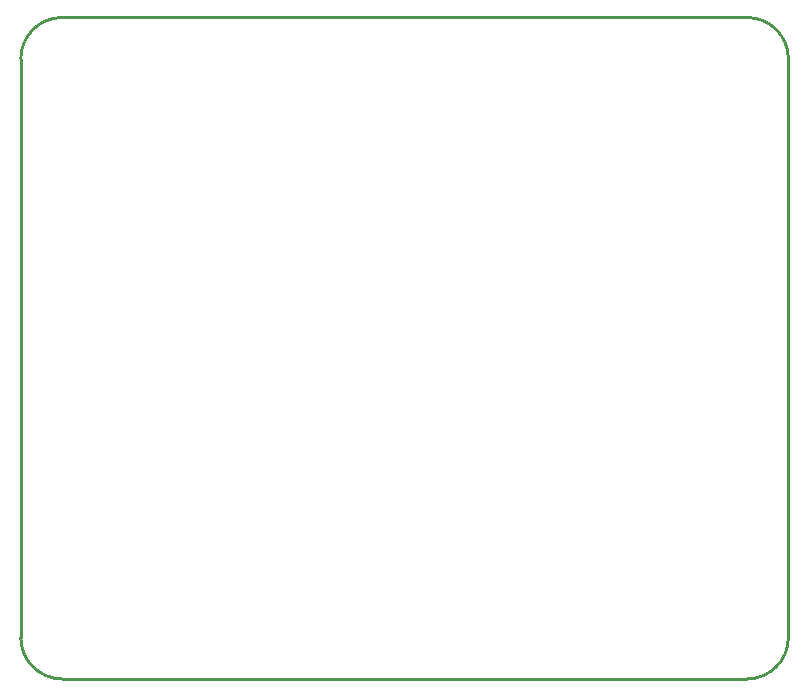
<source format=gbr>
G04 Layer_Color=8388736*
%FSLAX45Y45*%
%MOMM*%
%TF.FileFunction,Other,M2:_Outline*%
%TF.Part,Single*%
G01*
G75*
%TA.AperFunction,NonConductor*%
%ADD48C,0.25400*%
D48*
X8149200Y6900000D02*
G03*
X7800000Y7250000I-349600J400D01*
G01*
Y1650000D02*
G03*
X8149200Y2000000I-400J349600D01*
G01*
X1650000D02*
G03*
X2000000Y1650000I350000J0D01*
G01*
Y7250000D02*
G03*
X1650000Y6900000I0J-350000D01*
G01*
X2000001Y1649999D02*
X7800000D01*
X8149199Y2000001D02*
Y6900001D01*
X2000001Y7249998D02*
X7800000D01*
X1649999Y2000001D02*
Y6900001D01*
%TF.MD5,2b9167bc5416fd76b189fcaedd21b7c8*%
M02*

</source>
